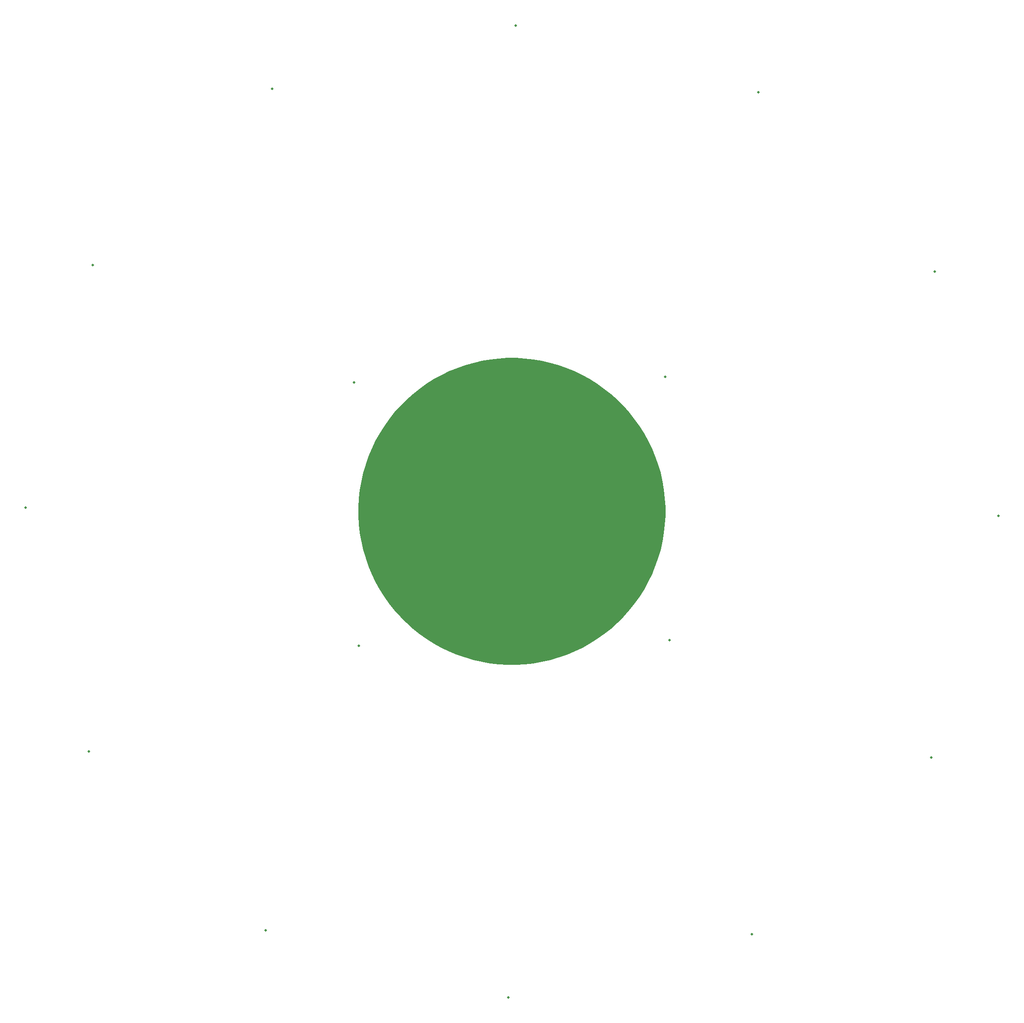
<source format=gbr>
%TF.GenerationSoftware,Altium Limited,Altium Designer,20.2.3 (150)*%
G04 Layer_Color=0*
%FSLAX45Y45*%
%MOMM*%
%TF.SameCoordinates,D065702F-5D7C-4ECE-B493-19553C93D9E3*%
%TF.FilePolarity,Positive*%
%TF.FileFunction,NonPlated,1,4,NPTH,Drill*%
%TF.Part,Single*%
G01*
G75*
%TA.AperFunction,ComponentDrill*%
%ADD99C,0.50000*%
%ADD100C,0.50000*%
%ADD101C,0.50000*%
%ADD102C,0.50000*%
%ADD103C,0.50000*%
%ADD104C,0.50000*%
%ADD105C,0.50000*%
%ADD106C,0.50000*%
G36*
X11000000Y8000000D02*
X10915828D01*
X10747749Y8009439D01*
X10580464Y8028287D01*
X10414499Y8056486D01*
X10250376Y8093946D01*
X10088611Y8140550D01*
X9929714Y8196150D01*
X9774185Y8260573D01*
X9622512Y8333614D01*
X9475174Y8415045D01*
X9332633Y8504609D01*
X9195339Y8602025D01*
X9063722Y8706986D01*
X8938198Y8819161D01*
X8819161Y8938198D01*
X8706986Y9063722D01*
X8602025Y9195339D01*
X8504609Y9332633D01*
X8415045Y9475174D01*
X8333614Y9622512D01*
X8260573Y9774185D01*
X8196150Y9929714D01*
X8140550Y10088611D01*
X8093946Y10250376D01*
X8056486Y10414499D01*
X8028287Y10580464D01*
X8009439Y10747749D01*
X8000000Y10915828D01*
Y11000000D01*
Y11084172D01*
X8009439Y11252251D01*
X8028287Y11419536D01*
X8056486Y11585501D01*
X8093946Y11749624D01*
X8140550Y11911389D01*
X8196150Y12070286D01*
X8260573Y12225815D01*
X8333614Y12377488D01*
X8415045Y12524826D01*
X8504609Y12667367D01*
X8602025Y12804662D01*
X8706986Y12936278D01*
X8819161Y13061803D01*
X8938198Y13180840D01*
X9063722Y13293015D01*
X9195339Y13397975D01*
X9332633Y13495390D01*
X9475174Y13584955D01*
X9622512Y13666386D01*
X9774185Y13739427D01*
X9929714Y13803850D01*
X10088611Y13859450D01*
X10250376Y13906055D01*
X10414499Y13943513D01*
X10580464Y13971712D01*
X10747749Y13990561D01*
X10915828Y14000000D01*
X11000000D01*
X11084172D01*
X11252251Y13990561D01*
X11419536Y13971712D01*
X11585501Y13943513D01*
X11749624Y13906055D01*
X11911389Y13859450D01*
X12070286Y13803850D01*
X12225815Y13739427D01*
X12377488Y13666386D01*
X12524826Y13584955D01*
X12667367Y13495390D01*
X12804662Y13397975D01*
X12936278Y13293015D01*
X13061803Y13180840D01*
X13180840Y13061803D01*
X13293015Y12936278D01*
X13397975Y12804662D01*
X13495390Y12667367D01*
X13584955Y12524826D01*
X13666386Y12377488D01*
X13739427Y12225815D01*
X13803850Y12070286D01*
X13859450Y11911389D01*
X13906055Y11749624D01*
X13943513Y11585501D01*
X13971712Y11419536D01*
X13990561Y11252251D01*
X14000000Y11084172D01*
Y11000000D01*
Y10915828D01*
X13990561Y10747749D01*
X13971712Y10580464D01*
X13943513Y10414499D01*
X13906055Y10250376D01*
X13859450Y10088611D01*
X13803850Y9929714D01*
X13739427Y9774185D01*
X13666386Y9622512D01*
X13584955Y9475174D01*
X13495390Y9332633D01*
X13397975Y9195339D01*
X13293015Y9063722D01*
X13180840Y8938198D01*
X13061803Y8819161D01*
X12936278Y8706986D01*
X12804662Y8602025D01*
X12667367Y8504609D01*
X12524826Y8415045D01*
X12377488Y8333614D01*
X12225815Y8260573D01*
X12070286Y8196150D01*
X11911389Y8140550D01*
X11749624Y8093946D01*
X11585501Y8056486D01*
X11419536Y8028287D01*
X11252251Y8009439D01*
X11084172Y8000000D01*
X11000000D01*
D01*
D02*
G37*
D99*
X1499977Y11070900D02*
D03*
X20502951Y10915330D02*
D03*
D100*
X14083707Y8483158D02*
D03*
X7916296Y13516840D02*
D03*
D101*
X13992824Y13632916D02*
D03*
X8007055Y8374537D02*
D03*
D102*
X2808300Y15811348D02*
D03*
X19191702Y6188649D02*
D03*
D103*
X2737211Y6311346D02*
D03*
X19262785Y15688655D02*
D03*
D104*
X6188542Y2808112D02*
D03*
X15811459Y19191888D02*
D03*
D105*
X10929102Y1499997D02*
D03*
X11070900Y20500005D02*
D03*
D106*
X15688544Y2737399D02*
D03*
X6311453Y19262598D02*
D03*
%TF.MD5,714c42354306bbcf42b0a8334e45e74b*%
M02*

</source>
